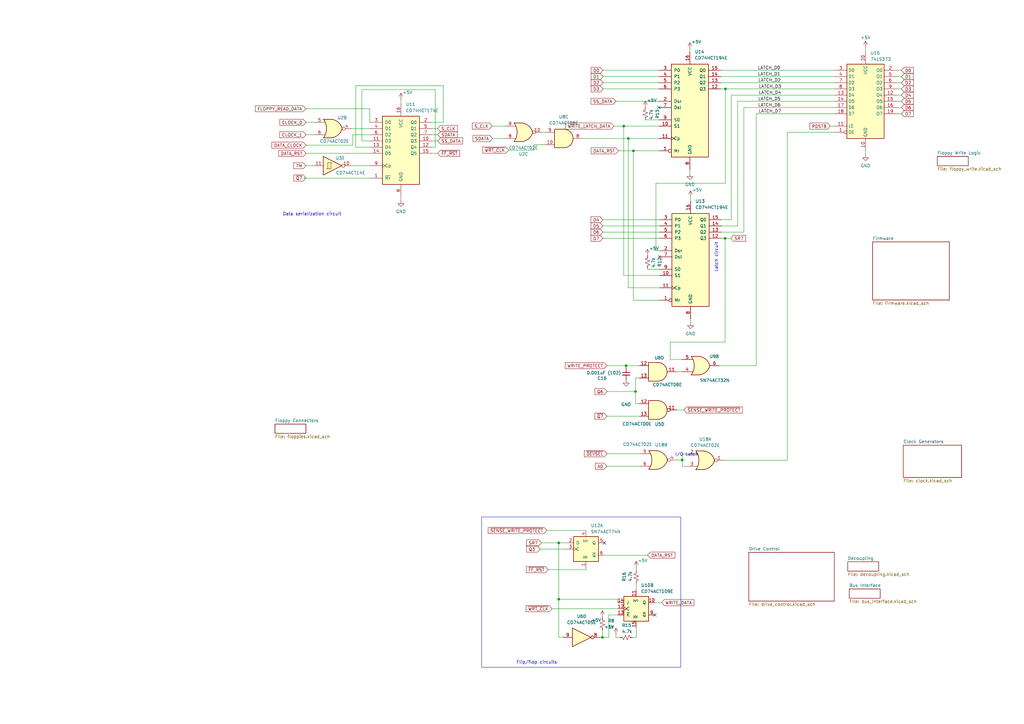
<source format=kicad_sch>
(kicad_sch (version 20230121) (generator eeschema)
  (paper "A3")
  (title_block (title "MicroSci Floppy Controller (clock generation circuits)") (date "2023-08-25") (rev "0.3") (company "RyuCats"))
  (lib_symbols
    (symbol "74xx:74LS00" (pin_names (offset 1.016))
      (property "Reference" "U" (at 0 1.27 0))
      (property "Value" "74LS00" (at 0 -1.27 0))
      (symbol "74LS00_1_1"
        (pin input line (at -7.62 2.54 0) (length 3.81) (name "~") (number "1"))
        (pin input line (at -7.62 -2.54 0) (length 3.81) (name "~") (number "2"))
        (pin output inverted (at 7.62 0 180) (length 3.81) (name "~") (number "3"))
      )
      (symbol "74LS00_1_2"
        (pin input inverted (at -7.62 2.54 0) (length 4.318) (name "~") (number "1"))
        (pin input inverted (at -7.62 -2.54 0) (length 4.318) (name "~") (number "2"))
        (pin output line (at 7.62 0 180) (length 3.81) (name "~") (number "3"))
      )
      (symbol "74LS00_2_1"
        (pin input line (at -7.62 2.54 0) (length 3.81) (name "~") (number "4"))
        (pin input line (at -7.62 -2.54 0) (length 3.81) (name "~") (number "5"))
        (pin output inverted (at 7.62 0 180) (length 3.81) (name "~") (number "6"))
      )
      (symbol "74LS00_2_2"
        (pin input inverted (at -7.62 2.54 0) (length 4.318) (name "~") (number "4"))
        (pin input inverted (at -7.62 -2.54 0) (length 4.318) (name "~") (number "5"))
        (pin output line (at 7.62 0 180) (length 3.81) (name "~") (number "6"))
      )
      (symbol "74LS00_3_1"
        (pin input line (at -7.62 -2.54 0) (length 3.81) (name "~") (number "10"))
        (pin output inverted (at 7.62 0 180) (length 3.81) (name "~") (number "8"))
        (pin input line (at -7.62 2.54 0) (length 3.81) (name "~") (number "9"))
      )
      (symbol "74LS00_3_2"
        (pin input inverted (at -7.62 -2.54 0) (length 4.318) (name "~") (number "10"))
        (pin output line (at 7.62 0 180) (length 3.81) (name "~") (number "8"))
        (pin input inverted (at -7.62 2.54 0) (length 4.318) (name "~") (number "9"))
      )
      (symbol "74LS00_4_1"
        (pin output inverted (at 7.62 0 180) (length 3.81) (name "~") (number "11"))
        (pin input line (at -7.62 2.54 0) (length 3.81) (name "~") (number "12"))
        (pin input line (at -7.62 -2.54 0) (length 3.81) (name "~") (number "13"))
      )
      (symbol "74LS00_4_2"
        (pin output line (at 7.62 0 180) (length 3.81) (name "~") (number "11"))
        (pin input inverted (at -7.62 2.54 0) (length 4.318) (name "~") (number "12"))
        (pin input inverted (at -7.62 -2.54 0) (length 4.318) (name "~") (number "13"))
      )
      (symbol "74LS00_5_0"
        (pin power_in line (at 0 12.7 270) (length 5.08) (name "VCC") (number "14"))
        (pin power_in line (at 0 -12.7 90) (length 5.08) (name "GND") (number "7"))
      )
    )
    (symbol "74xx:74LS02" (pin_names (offset 1.016))
      (property "Reference" "U" (at 0 1.27 0))
      (property "Value" "74LS02" (at 0 -1.27 0))
      (symbol "74LS02_1_1"
        (pin output inverted (at 7.62 0 180) (length 3.81) (name "~") (number "1"))
        (pin input line (at -7.62 2.54 0) (length 4.318) (name "~") (number "2"))
        (pin input line (at -7.62 -2.54 0) (length 4.318) (name "~") (number "3"))
      )
      (symbol "74LS02_1_2"
        (pin output line (at 7.62 0 180) (length 3.81) (name "~") (number "1"))
        (pin input inverted (at -7.62 2.54 0) (length 3.81) (name "~") (number "2"))
        (pin input inverted (at -7.62 -2.54 0) (length 3.81) (name "~") (number "3"))
      )
      (symbol "74LS02_2_1"
        (pin output inverted (at 7.62 0 180) (length 3.81) (name "~") (number "4"))
        (pin input line (at -7.62 2.54 0) (length 4.318) (name "~") (number "5"))
        (pin input line (at -7.62 -2.54 0) (length 4.318) (name "~") (number "6"))
      )
      (symbol "74LS02_2_2"
        (pin output line (at 7.62 0 180) (length 3.81) (name "~") (number "4"))
        (pin input inverted (at -7.62 2.54 0) (length 3.81) (name "~") (number "5"))
        (pin input inverted (at -7.62 -2.54 0) (length 3.81) (name "~") (number "6"))
      )
      (symbol "74LS02_3_1"
        (pin output inverted (at 7.62 0 180) (length 3.81) (name "~") (number "10"))
        (pin input line (at -7.62 2.54 0) (length 4.318) (name "~") (number "8"))
        (pin input line (at -7.62 -2.54 0) (length 4.318) (name "~") (number "9"))
      )
      (symbol "74LS02_3_2"
        (pin output line (at 7.62 0 180) (length 3.81) (name "~") (number "10"))
        (pin input inverted (at -7.62 2.54 0) (length 3.81) (name "~") (number "8"))
        (pin input inverted (at -7.62 -2.54 0) (length 3.81) (name "~") (number "9"))
      )
      (symbol "74LS02_4_1"
        (pin input line (at -7.62 2.54 0) (length 4.318) (name "~") (number "11"))
        (pin input line (at -7.62 -2.54 0) (length 4.318) (name "~") (number "12"))
        (pin output inverted (at 7.62 0 180) (length 3.81) (name "~") (number "13"))
      )
      (symbol "74LS02_4_2"
        (pin input inverted (at -7.62 2.54 0) (length 3.81) (name "~") (number "11"))
        (pin input inverted (at -7.62 -2.54 0) (length 3.81) (name "~") (number "12"))
        (pin output line (at 7.62 0 180) (length 3.81) (name "~") (number "13"))
      )
      (symbol "74LS02_5_0"
        (pin power_in line (at 0 12.7 270) (length 5.08) (name "VCC") (number "14"))
        (pin power_in line (at 0 -12.7 90) (length 5.08) (name "GND") (number "7"))
      )
    )
    (symbol "74xx:74LS05" (pin_names (offset 1.016))
      (property "Reference" "U" (at 0 1.27 0))
      (property "Value" "74LS05" (at 0 -1.27 0))
      (symbol "74LS05_1_0"
        (pin input line (at -7.62 0 0) (length 3.81) (name "~") (number "1"))
        (pin open_collector inverted (at 7.62 0 180) (length 3.81) (name "~") (number "2"))
      )
      (symbol "74LS05_2_0"
        (pin input line (at -7.62 0 0) (length 3.81) (name "~") (number "3"))
        (pin open_collector inverted (at 7.62 0 180) (length 3.81) (name "~") (number "4"))
      )
      (symbol "74LS05_3_0"
        (pin input line (at -7.62 0 0) (length 3.81) (name "~") (number "5"))
        (pin open_collector inverted (at 7.62 0 180) (length 3.81) (name "~") (number "6"))
      )
      (symbol "74LS05_4_0"
        (pin open_collector inverted (at 7.62 0 180) (length 3.81) (name "~") (number "8"))
        (pin input line (at -7.62 0 0) (length 3.81) (name "~") (number "9"))
      )
      (symbol "74LS05_5_0"
        (pin open_collector inverted (at 7.62 0 180) (length 3.81) (name "~") (number "10"))
        (pin input line (at -7.62 0 0) (length 3.81) (name "~") (number "11"))
      )
      (symbol "74LS05_6_0"
        (pin open_collector inverted (at 7.62 0 180) (length 3.81) (name "~") (number "12"))
        (pin input line (at -7.62 0 0) (length 3.81) (name "~") (number "13"))
      )
      (symbol "74LS05_7_0"
        (pin power_in line (at 0 12.7 270) (length 5.08) (name "VCC") (number "14"))
        (pin power_in line (at 0 -12.7 90) (length 5.08) (name "GND") (number "7"))
      )
    )
    (symbol "74xx:74LS08" (pin_names (offset 1.016))
      (property "Reference" "U" (at 0 1.27 0))
      (property "Value" "74LS08" (at 0 -1.27 0))
      (symbol "74LS08_1_1"
        (pin input line (at -7.62 2.54 0) (length 3.81) (name "~") (number "1"))
        (pin input line (at -7.62 -2.54 0) (length 3.81) (name "~") (number "2"))
        (pin output line (at 7.62 0 180) (length 3.81) (name "~") (number "3"))
      )
      (symbol "74LS08_1_2"
        (pin input inverted (at -7.62 2.54 0) (length 4.318) (name "~") (number "1"))
        (pin input inverted (at -7.62 -2.54 0) (length 4.318) (name "~") (number "2"))
        (pin output inverted (at 7.62 0 180) (length 3.81) (name "~") (number "3"))
      )
      (symbol "74LS08_2_1"
        (pin input line (at -7.62 2.54 0) (length 3.81) (name "~") (number "4"))
        (pin input line (at -7.62 -2.54 0) (length 3.81) (name "~") (number "5"))
        (pin output line (at 7.62 0 180) (length 3.81) (name "~") (number "6"))
      )
      (symbol "74LS08_2_2"
        (pin input inverted (at -7.62 2.54 0) (length 4.318) (name "~") (number "4"))
        (pin input inverted (at -7.62 -2.54 0) (length 4.318) (name "~") (number "5"))
        (pin output inverted (at 7.62 0 180) (length 3.81) (name "~") (number "6"))
      )
      (symbol "74LS08_3_1"
        (pin input line (at -7.62 -2.54 0) (length 3.81) (name "~") (number "10"))
        (pin output line (at 7.62 0 180) (length 3.81) (name "~") (number "8"))
        (pin input line (at -7.62 2.54 0) (length 3.81) (name "~") (number "9"))
      )
      (symbol "74LS08_3_2"
        (pin input inverted (at -7.62 -2.54 0) (length 4.318) (name "~") (number "10"))
        (pin output inverted (at 7.62 0 180) (length 3.81) (name "~") (number "8"))
        (pin input inverted (at -7.62 2.54 0) (length 4.318) (name "~") (number "9"))
      )
      (symbol "74LS08_4_1"
        (pin output line (at 7.62 0 180) (length 3.81) (name "~") (number "11"))
        (pin input line (at -7.62 2.54 0) (length 3.81) (name "~") (number "12"))
        (pin input line (at -7.62 -2.54 0) (length 3.81) (name "~") (number "13"))
      )
      (symbol "74LS08_4_2"
        (pin output inverted (at 7.62 0 180) (length 3.81) (name "~") (number "11"))
        (pin input inverted (at -7.62 2.54 0) (length 4.318) (name "~") (number "12"))
        (pin input inverted (at -7.62 -2.54 0) (length 4.318) (name "~") (number "13"))
      )
      (symbol "74LS08_5_0"
        (pin power_in line (at 0 12.7 270) (length 5.08) (name "VCC") (number "14"))
        (pin power_in line (at 0 -12.7 90) (length 5.08) (name "GND") (number "7"))
      )
    )
    (symbol "74xx:74LS109" (pin_names (offset 1.016))
      (property "Reference" "U" (at -7.62 8.89 0))
      (property "Value" "74LS109" (at -7.62 -8.89 0))
      (symbol "74LS109_1_0"
        (pin input line (at 0 -7.62 90) (length 2.54) (name "~{R}") (number "1"))
        (pin input line (at -7.62 2.54 0) (length 2.54) (name "J") (number "2"))
        (pin input line (at -7.62 -2.54 0) (length 2.54) (name "~{K}") (number "3"))
        (pin input clock (at -7.62 0 0) (length 2.54) (name "C") (number "4"))
        (pin input line (at 0 7.62 270) (length 2.54) (name "~{S}") (number "5"))
        (pin output line (at 7.62 2.54 180) (length 2.54) (name "Q") (number "6"))
        (pin output line (at 7.62 -2.54 180) (length 2.54) (name "~{Q}") (number "7"))
      )
      (symbol "74LS109_2_0"
        (pin output line (at 7.62 2.54 180) (length 2.54) (name "Q") (number "10"))
        (pin input line (at 0 7.62 270) (length 2.54) (name "~{S}") (number "11"))
        (pin input clock (at -7.62 0 0) (length 2.54) (name "C") (number "12"))
        (pin input line (at -7.62 -2.54 0) (length 2.54) (name "~{K}") (number "13"))
        (pin input line (at -7.62 2.54 0) (length 2.54) (name "J") (number "14"))
        (pin input line (at 0 -7.62 90) (length 2.54) (name "~{R}") (number "15"))
        (pin output line (at 7.62 -2.54 180) (length 2.54) (name "~{Q}") (number "9"))
      )
      (symbol "74LS109_3_0"
        (pin power_in line (at 0 10.16 270) (length 2.54) (name "VCC") (number "16"))
        (pin power_in line (at 0 -10.16 90) (length 2.54) (name "GND") (number "8"))
      )
    )
    (symbol "74xx:74LS14" (pin_names (offset 1.016))
      (property "Reference" "U" (at 0 1.27 0))
      (property "Value" "74LS14" (at 0 -1.27 0))
      (symbol "74LS14_1_0"
        (pin input line (at -7.62 0 0) (length 3.81) (name "~") (number "1"))
        (pin output inverted (at 7.62 0 180) (length 3.81) (name "~") (number "2"))
      )
      (symbol "74LS14_2_0"
        (pin input line (at -7.62 0 0) (length 3.81) (name "~") (number "3"))
        (pin output inverted (at 7.62 0 180) (length 3.81) (name "~") (number "4"))
      )
      (symbol "74LS14_3_0"
        (pin input line (at -7.62 0 0) (length 3.81) (name "~") (number "5"))
        (pin output inverted (at 7.62 0 180) (length 3.81) (name "~") (number "6"))
      )
      (symbol "74LS14_4_0"
        (pin output inverted (at 7.62 0 180) (length 3.81) (name "~") (number "8"))
        (pin input line (at -7.62 0 0) (length 3.81) (name "~") (number "9"))
      )
      (symbol "74LS14_5_0"
        (pin output inverted (at 7.62 0 180) (length 3.81) (name "~") (number "10"))
        (pin input line (at -7.62 0 0) (length 3.81) (name "~") (number "11"))
      )
      (symbol "74LS14_6_0"
        (pin output inverted (at 7.62 0 180) (length 3.81) (name "~") (number "12"))
        (pin input line (at -7.62 0 0) (length 3.81) (name "~") (number "13"))
      )
      (symbol "74LS14_7_0"
        (pin power_in line (at 0 12.7 270) (length 5.08) (name "VCC") (number "14"))
        (pin power_in line (at 0 -12.7 90) (length 5.08) (name "GND") (number "7"))
      )
    )
    (symbol "74xx:74LS174" (pin_names (offset 1.016))
      (property "Reference" "U" (at -7.62 13.97 0))
      (property "Value" "74LS174" (at -7.62 -16.51 0))
      (symbol "74LS174_1_0"
        (pin input line (at -12.7 -12.7 0) (length 5.08) (name "~{Mr}") (number "1"))
        (pin output line (at 12.7 2.54 180) (length 5.08) (name "Q3") (number "10"))
        (pin input line (at -12.7 2.54 0) (length 5.08) (name "D3") (number "11"))
        (pin output line (at 12.7 0 180) (length 5.08) (name "Q4") (number "12"))
        (pin input line (at -12.7 0 0) (length 5.08) (name "D4") (number "13"))
        (pin input line (at -12.7 -2.54 0) (length 5.08) (name "D5") (number "14"))
        (pin output line (at 12.7 -2.54 180) (length 5.08) (name "Q5") (number "15"))
        (pin power_in line (at 0 17.78 270) (length 5.08) (name "VCC") (number "16"))
        (pin output line (at 12.7 10.16 180) (length 5.08) (name "Q0") (number "2"))
        (pin input line (at -12.7 10.16 0) (length 5.08) (name "D0") (number "3"))
        (pin input line (at -12.7 7.62 0) (length 5.08) (name "D1") (number "4"))
        (pin output line (at 12.7 7.62 180) (length 5.08) (name "Q1") (number "5"))
        (pin input line (at -12.7 5.08 0) (length 5.08) (name "D2") (number "6"))
        (pin output line (at 12.7 5.08 180) (length 5.08) (name "Q2") (number "7"))
        (pin power_in line (at 0 -20.32 90) (length 5.08) (name "GND") (number "8"))
        (pin input clock (at -12.7 -7.62 0) (length 5.08) (name "Cp") (number "9"))
      )
    )
    (symbol "74xx:74LS194" (pin_names (offset 1.016))
      (property "Reference" "U" (at -7.62 19.05 0))
      (property "Value" "74LS194" (at -7.62 -21.59 0))
      (symbol "74LS194_1_0"
        (pin input inverted (at -12.7 -17.78 0) (length 5.08) (name "Mr") (number "1"))
        (pin input line (at -12.7 -7.62 0) (length 5.08) (name "S1") (number "10"))
        (pin input clock (at -12.7 -12.7 0) (length 5.08) (name "Cp") (number "11"))
        (pin output line (at 12.7 7.62 180) (length 5.08) (name "Q3") (number "12"))
        (pin output line (at 12.7 10.16 180) (length 5.08) (name "Q2") (number "13"))
        (pin output line (at 12.7 12.7 180) (length 5.08) (name "Q1") (number "14"))
        (pin output line (at 12.7 15.24 180) (length 5.08) (name "Q0") (number "15"))
        (pin power_in line (at 0 22.86 270) (length 5.08) (name "VCC") (number "16"))
        (pin input line (at -12.7 2.54 0) (length 5.08) (name "Dsr") (number "2"))
        (pin input line (at -12.7 15.24 0) (length 5.08) (name "P0") (number "3"))
        (pin input line (at -12.7 12.7 0) (length 5.08) (name "P1") (number "4"))
        (pin input line (at -12.7 10.16 0) (length 5.08) (name "P2") (number "5"))
        (pin input line (at -12.7 7.62 0) (length 5.08) (name "P3") (number "6"))
        (pin input line (at -12.7 0 0) (length 5.08) (name "Dsl") (number "7"))
        (pin power_in line (at 0 -25.4 90) (length 5.08) (name "GND") (number "8"))
        (pin input line (at -12.7 -5.08 0) (length 5.08) (name "S0") (number "9"))
      )
    )
    (symbol "74xx:74LS32" (pin_names (offset 1.016))
      (property "Reference" "U" (at 0 1.27 0))
      (property "Value" "74LS32" (at 0 -1.27 0))
      (symbol "74LS32_1_1"
        (pin input line (at -7.62 2.54 0) (length 4.318) (name "~") (number "1"))
        (pin input line (at -7.62 -2.54 0) (length 4.318) (name "~") (number "2"))
        (pin output line (at 7.62 0 180) (length 3.81) (name "~") (number "3"))
      )
      (symbol "74LS32_1_2"
        (pin input inverted (at -7.62 2.54 0) (length 3.81) (name "~") (number "1"))
        (pin input inverted (at -7.62 -2.54 0) (length 3.81) (name "~") (number "2"))
        (pin output inverted (at 7.62 0 180) (length 3.81) (name "~") (number "3"))
      )
      (symbol "74LS32_2_1"
        (pin input line (at -7.62 2.54 0) (length 4.318) (name "~") (number "4"))
        (pin input line (at -7.62 -2.54 0) (length 4.318) (name "~") (number "5"))
        (pin output line (at 7.62 0 180) (length 3.81) (name "~") (number "6"))
      )
      (symbol "74LS32_2_2"
        (pin input inverted (at -7.62 2.54 0) (length 3.81) (name "~") (number "4"))
        (pin input inverted (at -7.62 -2.54 0) (length 3.81) (name "~") (number "5"))
        (pin output inverted (at 7.62 0 180) (length 3.81) (name "~") (number "6"))
      )
      (symbol "74LS32_3_1"
        (pin input line (at -7.62 -2.54 0) (length 4.318) (name "~") (number "10"))
        (pin output line (at 7.62 0 180) (length 3.81) (name "~") (number "8"))
        (pin input line (at -7.62 2.54 0) (length 4.318) (name "~") (number "9"))
      )
      (symbol "74LS32_3_2"
        (pin input inverted (at -7.62 -2.54 0) (length 3.81) (name "~") (number "10"))
        (pin output inverted (at 7.62 0 180) (length 3.81) (name "~") (number "8"))
        (pin input inverted (at -7.62 2.54 0) (length 3.81) (name "~") (number "9"))
      )
      (symbol "74LS32_4_1"
        (pin output line (at 7.62 0 180) (length 3.81) (name "~") (number "11"))
        (pin input line (at -7.62 2.54 0) (length 4.318) (name "~") (number "12"))
        (pin input line (at -7.62 -2.54 0) (length 4.318) (name "~") (number "13"))
      )
      (symbol "74LS32_4_2"
        (pin output inverted (at 7.62 0 180) (length 3.81) (name "~") (number "11"))
        (pin input inverted (at -7.62 2.54 0) (length 3.81) (name "~") (number "12"))
        (pin input inverted (at -7.62 -2.54 0) (length 3.81) (name "~") (number "13"))
      )
      (symbol "74LS32_5_0"
        (pin power_in line (at 0 12.7 270) (length 5.08) (name "VCC") (number "14"))
        (pin power_in line (at 0 -12.7 90) (length 5.08) (name "GND") (number "7"))
      )
    )
    (symbol "74xx:74LS373"
      (property "Reference" "U" (at -7.62 16.51 0))
      (property "Value" "74LS373" (at -7.62 -16.51 0))
      (symbol "74LS373_1_0"
        (pin input inverted (at -12.7 -12.7 0) (length 5.08) (name "OE") (number "1"))
        (pin power_in line (at 0 -20.32 90) (length 5.08) (name "GND") (number "10"))
        (pin input line (at -12.7 -10.16 0) (length 5.08) (name "LE") (number "11"))
        (pin tri_state line (at 12.7 2.54 180) (length 5.08) (name "O4") (number "12"))
        (pin input line (at -12.7 2.54 0) (length 5.08) (name "D4") (number "13"))
        (pin input line (at -12.7 0 0) (length 5.08) (name "D5") (number "14"))
        (pin tri_state line (at 12.7 0 180) (length 5.08) (name "O5") (number "15"))
        (pin tri_state line (at 12.7 -2.54 180) (length 5.08) (name "O6") (number "16"))
        (pin input line (at -12.7 -2.54 0) (length 5.08) (name "D6") (number "17"))
        (pin input line (at -12.7 -5.08 0) (length 5.08) (name "D7") (number "18"))
        (pin tri_state line (at 12.7 -5.08 180) (length 5.08) (name "O7") (number "19"))
        (pin tri_state line (at 12.7 12.7 180) (length 5.08) (name "O0") (number "2"))
        (pin power_in line (at 0 20.32 270) (length 5.08) (name "VCC") (number "20"))
        (pin input line (at -12.7 12.7 0) (length 5.08) (name "D0") (number "3"))
        (pin input line (at -12.7 10.16 0) (length 5.08) (name "D1") (number "4"))
        (pin tri_state line (at 12.7 10.16 180) (length 5.08) (name "O1") (number "5"))
        (pin tri_state line (at 12.7 7.62 180) (length 5.08) (name "O2") (number "6"))
        (pin input line (at -12.7 7.62 0) (length 5.08) (name "D2") (number "7"))
        (pin input line (at -12.7 5.08 0) (length 5.08) (name "D3") (number "8"))
        (pin tri_state line (at 12.7 5.08 180) (length 5.08) (name "O3") (number "9"))
      )
    )
    (symbol "74xx:74LS74" (pin_names (offset 1.016))
      (property "Reference" "U" (at -7.62 8.89 0))
      (property "Value" "74LS74" (at -7.62 -8.89 0))
      (symbol "74LS74_1_0"
        (pin input line (at 0 -7.62 90) (length 2.54) (name "~{R}") (number "1"))
        (pin input line (at -7.62 2.54 0) (length 2.54) (name "D") (number "2"))
        (pin input clock (at -7.62 0 0) (length 2.54) (name "C") (number "3"))
        (pin input line (at 0 7.62 270) (length 2.54) (name "~{S}") (number "4"))
        (pin output line (at 7.62 2.54 180) (length 2.54) (name "Q") (number "5"))
        (pin output line (at 7.62 -2.54 180) (length 2.54) (name "~{Q}") (number "6"))
      )
      (symbol "74LS74_2_0"
        (pin input line (at 0 7.62 270) (length 2.54) (name "~{S}") (number "10"))
        (pin input clock (at -7.62 0 0) (length 2.54) (name "C") (number "11"))
        (pin input line (at -7.62 2.54 0) (length 2.54) (name "D") (number "12"))
        (pin input line (at 0 -7.62 90) (length 2.54) (name "~{R}") (number "13"))
        (pin output line (at 7.62 -2.54 180) (length 2.54) (name "~{Q}") (number "8"))
        (pin output line (at 7.62 2.54 180) (length 2.54) (name "Q") (number "9"))
      )
      (symbol "74LS74_3_0"
        (pin power_in line (at 0 10.16 270) (length 2.54) (name "VCC") (number "14"))
        (pin power_in line (at 0 -10.16 90) (length 2.54) (name "GND") (number "7"))
      )
    )
    (symbol "Device:C_Small" (pin_numbers hide) (pin_names (offset 0.254) hide)
      (property "Reference" "C" (at 0.254 1.778 0))
      (property "Value" "C_Small" (at 0.254 -2.032 0))
      (symbol "C_Small_1_1"
        (pin passive line (at 0 2.54 270) (length 2.032) (name "~") (number "1"))
        (pin passive line (at 0 -2.54 90) (length 2.032) (name "~") (number "2"))
      )
    )
    (symbol "Device:R_Small_US" (pin_numbers hide) (pin_names (offset 0.254) hide)
      (property "Reference" "R" (at 0.762 0.508 0))
      (property "Value" "R_Small_US" (at 0.762 -1.016 0))
      (symbol "R_Small_US_1_1"
        (pin passive line (at 0 2.54 270) (length 1.016) (name "~") (number "1"))
        (pin passive line (at 0 -2.54 90) (length 1.016) (name "~") (number "2"))
      )
    )
    (symbol "power:+5V" (power) (pin_names (offset 0))
      (property "Value" "+5V" (at 0 3.556 0))
      (symbol "+5V_1_1"
        (pin power_in line (at 0 0 90) (length 0) hide (name "+5V") (number "1"))
      )
    )
    (symbol "power:GND" (power) (pin_names (offset 0))
      (property "Value" "GND" (at 0 -3.81 0))
      (symbol "GND_1_1"
        (pin power_in line (at 0 0 270) (length 0) hide (name "GND") (number "1"))
      )
    )
  )
  (junction (at 247.0912 261.4168))
  (junction (at 279.8064 188.6712))
  (junction (at 260.6548 160.5788))
  (junction (at 297.5356 36.4744))
  (junction (at 259.7912 61.8744))
  (junction (at 229.1588 245.7704))
  (junction (at 256.794 149.9616))
  (junction (at 255.8288 51.7144))
  (junction (at 229.1588 222.6564))
  (junction (at 257.7084 56.7944))
  (junction (at 297.3832 97.7392))
  (no_connect (at 270.256 44.0944))
  (no_connect (at 268.5796 252.222))
  (no_connect (at 247.9548 222.6564))
  (no_connect (at 270.51 105.3592))
  (wire (pts (xy 299.9232 39.0144) (xy 342.2904 39.0144)))
  (wire (pts (xy 260.6548 160.5788) (xy 260.6548 165.608)))
  (wire (pts (xy 125.5268 62.8904) (xy 151.7396 62.8904)))
  (wire (pts (xy 247.0912 261.4168) (xy 249.7328 261.4168)))
  (wire (pts (xy 260.9596 261.4676) (xy 259.4356 261.4676)))
  (wire (pts (xy 164.4396 80.6704) (xy 164.4396 82.1944)))
  (wire (pts (xy 224.282 217.5764) (xy 240.3348 217.5764)))
  (wire (pts (xy 297.3832 97.7392) (xy 297.3832 140.3096)))
  (wire (pts (xy 247.3452 28.8544) (xy 270.256 28.8544)))
  (wire (pts (xy 295.656 31.3944) (xy 342.2904 31.3944)))
  (wire (pts (xy 295.656 33.9344) (xy 342.2904 33.9344)))
  (wire (pts (xy 340.5124 51.7144) (xy 342.2904 51.7144)))
  (wire (pts (xy 125.5268 50.1904) (xy 128.8796 50.1904)))
  (wire (pts (xy 177.1396 50.1904) (xy 181.8386 50.1904)))
  (wire (pts (xy 265.5824 110.4392) (xy 270.51 110.4392)))
  (wire (pts (xy 144.1196 52.7304) (xy 151.7396 52.7304)))
  (wire (pts (xy 201.8792 51.7144) (xy 207.0608 51.7144)))
  (wire (pts (xy 248.8692 149.9616) (xy 256.794 149.9616)))
  (wire (pts (xy 274.9296 140.3096) (xy 274.9296 147.4216)))
  (wire (pts (xy 255.8288 112.9792) (xy 255.8288 51.7144)))
  (wire (pts (xy 253.6952 61.8744) (xy 259.7912 61.8744)))
  (wire (pts (xy 274.9296 147.4216) (xy 279.7048 147.4216)))
  (wire (pts (xy 354.9904 61.8744) (xy 354.9904 63.3984)))
  (wire (pts (xy 257.7084 118.0592) (xy 270.51 118.0592)))
  (wire (pts (xy 260.6548 155.0416) (xy 260.6548 160.5788)))
  (wire (pts (xy 125.476 72.9996) (xy 124.714 72.9996)))
  (wire (pts (xy 322.9356 188.7728) (xy 296.8752 188.7728)))
  (wire (pts (xy 247.3452 33.9344) (xy 270.256 33.9344)))
  (wire (pts (xy 181.8386 35.2044) (xy 145.8976 35.2044)))
  (wire (pts (xy 247.3452 31.3944) (xy 270.256 31.3944)))
  (wire (pts (xy 305.1048 95.1992) (xy 295.91 95.1992)))
  (wire (pts (xy 248.92 170.688) (xy 262.1788 170.688)))
  (wire (pts (xy 124.714 73.0504) (xy 151.7396 73.0504)))
  (wire (pts (xy 367.6904 44.0944) (xy 369.7224 44.0944)))
  (wire (pts (xy 294.9448 149.9616) (xy 310.134 149.9616)))
  (wire (pts (xy 367.6904 31.3944) (xy 369.7224 31.3944)))
  (wire (pts (xy 202.0316 56.7944) (xy 207.0608 56.7944)))
  (wire (pts (xy 177.1396 52.7304) (xy 179.4764 52.7304)))
  (wire (pts (xy 279.8064 188.6712) (xy 279.8064 186.2328)))
  (wire (pts (xy 255.8288 51.7144) (xy 270.256 51.7144)))
  (wire (pts (xy 247.0912 258.4196) (xy 247.0912 261.4168)))
  (wire (pts (xy 310.134 46.6344) (xy 310.134 149.9616)))
  (wire (pts (xy 277.5712 188.6712) (xy 279.8064 188.6712)))
  (wire (pts (xy 270.51 97.7392) (xy 247.2944 97.7392)))
  (wire (pts (xy 367.6904 33.9344) (xy 369.7224 33.9344)))
  (wire (pts (xy 249.7328 252.222) (xy 253.3396 252.222)))
  (wire (pts (xy 164.4396 40.7924) (xy 164.4396 42.5704)))
  (wire (pts (xy 125.476 59.5376) (xy 144.6784 59.5376)))
  (wire (pts (xy 279.8064 191.3128) (xy 279.8064 188.6712)))
  (wire (pts (xy 151.7396 57.8104) (xy 148.4376 57.8104)))
  (wire (pts (xy 297.5356 75.1332) (xy 297.5356 36.4744)))
  (wire (pts (xy 238.8616 56.7944) (xy 257.7084 56.7944)))
  (wire (pts (xy 260.6548 160.5788) (xy 248.9708 160.5788)))
  (wire (pts (xy 305.1048 44.0944) (xy 342.2904 44.0944)))
  (wire (pts (xy 125.476 67.9704) (xy 128.7526 67.9704)))
  (wire (pts (xy 125.476 55.2704) (xy 128.8796 55.2704)))
  (wire (pts (xy 270.51 90.1192) (xy 247.2944 90.1192)))
  (wire (pts (xy 247.0912 253.0348) (xy 247.0912 253.3396)))
  (wire (pts (xy 283.21 130.7592) (xy 283.21 132.2832)))
  (wire (pts (xy 177.1396 55.2704) (xy 179.5272 55.2704)))
  (wire (pts (xy 260.6548 165.608) (xy 262.1788 165.608)))
  (wire (pts (xy 219.0496 59.3344) (xy 223.6216 59.3344)))
  (wire (pts (xy 259.7912 61.8744) (xy 259.7912 123.1392)))
  (wire (pts (xy 145.8976 35.2044) (xy 145.8976 60.3504)))
  (wire (pts (xy 251.8156 51.7144) (xy 255.8288 51.7144)))
  (wire (pts (xy 279.8064 191.3128) (xy 281.6352 191.3128)))
  (wire (pts (xy 270.51 92.6592) (xy 247.2944 92.6592)))
  (wire (pts (xy 283.21 80.8228) (xy 283.21 82.4992)))
  (wire (pts (xy 252.9078 41.5544) (xy 270.256 41.5544)))
  (wire (pts (xy 277.4188 168.148) (xy 280.4668 168.148)))
  (wire (pts (xy 148.4376 57.8104) (xy 148.4376 36.7284)))
  (wire (pts (xy 354.9904 19.4564) (xy 354.9904 21.2344)))
  (wire (pts (xy 295.91 97.7392) (xy 297.3832 97.7392)))
  (wire (pts (xy 148.4376 36.7284) (xy 178.5366 36.7284)))
  (wire (pts (xy 252.6284 261.4676) (xy 252.6284 260.1976)))
  (wire (pts (xy 229.1588 245.7704) (xy 253.3396 245.7704)))
  (wire (pts (xy 177.1396 62.8904) (xy 179.5272 62.8904)))
  (wire (pts (xy 265.5316 227.6856) (xy 265.5316 227.7364)))
  (wire (pts (xy 297.3832 140.3096) (xy 274.9296 140.3096)))
  (wire (pts (xy 269.0368 75.1332) (xy 269.0368 102.8192)))
  (wire (pts (xy 262.1788 155.0416) (xy 260.6548 155.0416)))
  (wire (pts (xy 265.5316 227.7364) (xy 247.9548 227.7364)))
  (wire (pts (xy 367.6904 46.6344) (xy 369.7224 46.6344)))
  (wire (pts (xy 295.656 28.8544) (xy 342.2904 28.8544)))
  (wire (pts (xy 265.5316 227.6856) (xy 265.5824 227.6856)))
  (wire (pts (xy 299.9232 90.1192) (xy 295.91 90.1192)))
  (wire (pts (xy 145.8976 60.3504) (xy 151.7396 60.3504)))
  (wire (pts (xy 249.7328 261.4168) (xy 249.7328 252.222)))
  (wire (pts (xy 221.5388 225.1964) (xy 232.7148 225.1964)))
  (wire (pts (xy 268.5796 247.142) (xy 271.3736 247.142)))
  (wire (pts (xy 125.3744 44.6024) (xy 151.6888 44.6024)))
  (wire (pts (xy 151.6888 44.6024) (xy 151.6888 50.1904)))
  (wire (pts (xy 277.4188 152.5016) (xy 279.7048 152.5016)))
  (wire (pts (xy 265.5824 109.9312) (xy 265.5824 110.4392)))
  (wire (pts (xy 224.8408 233.6292) (xy 240.3348 233.6292)))
  (wire (pts (xy 246.1768 261.4168) (xy 247.0912 261.4168)))
  (wire (pts (xy 310.134 46.6344) (xy 342.2904 46.6344)))
  (wire (pts (xy 297.5356 36.4744) (xy 342.2904 36.4744)))
  (wire (pts (xy 181.8386 50.1904) (xy 181.8386 35.2044)))
  (wire (pts (xy 270.51 95.1992) (xy 247.2944 95.1992)))
  (wire (pts (xy 282.956 69.4944) (xy 282.956 71.12)))
  (wire (pts (xy 124.714 72.9996) (xy 124.714 73.0504)))
  (wire (pts (xy 299.9232 39.0144) (xy 299.9232 90.1192)))
  (wire (pts (xy 259.7912 61.8744) (xy 270.256 61.8744)))
  (wire (pts (xy 269.0368 102.8192) (xy 270.51 102.8192)))
  (wire (pts (xy 367.6904 28.8544) (xy 369.7224 28.8544)))
  (wire (pts (xy 279.8064 186.2328) (xy 281.6352 186.2328)))
  (wire (pts (xy 178.5366 36.7284) (xy 178.5366 60.3504)))
  (wire (pts (xy 247.3452 36.4744) (xy 270.256 36.4744)))
  (wire (pts (xy 253.3396 249.682) (xy 226.4156 249.682)))
  (wire (pts (xy 257.7084 56.7944) (xy 270.256 56.7944)))
  (wire (pts (xy 322.9356 54.2544) (xy 322.9356 188.7728)))
  (wire (pts (xy 248.9708 186.1312) (xy 262.3312 186.1312)))
  (wire (pts (xy 143.9926 67.9704) (xy 151.7396 67.9704)))
  (wire (pts (xy 144.6784 55.2704) (xy 151.7396 55.2704)))
  (wire (pts (xy 259.7912 123.1392) (xy 270.51 123.1392)))
  (wire (pts (xy 230.9368 261.4168) (xy 229.1588 261.4168)))
  (wire (pts (xy 254.3556 261.4676) (xy 252.6284 261.4676)))
  (wire (pts (xy 367.6904 36.4744) (xy 369.7224 36.4744)))
  (wire (pts (xy 269.0368 75.1332) (xy 297.5356 75.1332)))
  (wire (pts (xy 151.6888 50.1904) (xy 151.7396 50.1904)))
  (wire (pts (xy 255.8288 112.9792) (xy 270.51 112.9792)))
  (wire (pts (xy 252.6284 41.529) (xy 252.9078 41.529)))
  (wire (pts (xy 222.3008 54.2544) (xy 223.6216 54.2544)))
  (wire (pts (xy 178.5366 60.3504) (xy 177.1396 60.3504)))
  (wire (pts (xy 229.1588 222.6564) (xy 232.7148 222.6564)))
  (wire (pts (xy 302.514 41.5544) (xy 342.2904 41.5544)))
  (wire (pts (xy 253.3396 245.7704) (xy 253.3396 247.142)))
  (wire (pts (xy 219.0496 61.5696) (xy 219.0496 59.3344)))
  (wire (pts (xy 222.0468 222.6564) (xy 229.1588 222.6564)))
  (wire (pts (xy 367.6904 41.5544) (xy 369.7224 41.5544)))
  (wire (pts (xy 177.1396 57.8104) (xy 179.5526 57.8104)))
  (wire (pts (xy 229.1588 245.7704) (xy 229.1588 261.4168)))
  (wire (pts (xy 240.3348 233.6292) (xy 240.3348 232.8164)))
  (wire (pts (xy 260.9596 239.2172) (xy 260.9596 242.062)))
  (wire (pts (xy 257.7084 56.7944) (xy 257.7084 118.0592)))
  (wire (pts (xy 260.9596 257.302) (xy 260.9596 261.4676)))
  (wire (pts (xy 219.0496 61.5696) (xy 208.5848 61.5696)))
  (wire (pts (xy 297.3832 97.7392) (xy 299.72 97.7392)))
  (wire (pts (xy 305.1048 44.0944) (xy 305.1048 95.1992)))
  (wire (pts (xy 295.656 36.4744) (xy 297.5356 36.4744)))
  (wire (pts (xy 248.8692 191.2112) (xy 262.3312 191.2112)))
  (wire (pts (xy 229.1588 222.6564) (xy 229.1588 245.7704)))
  (wire (pts (xy 302.514 92.6592) (xy 295.91 92.6592)))
  (wire (pts (xy 252.9078 41.529) (xy 252.9078 41.5544)))
  (wire (pts (xy 367.6904 39.0144) (xy 369.7224 39.0144)))
  (wire (pts (xy 256.794 149.9616) (xy 262.1788 149.9616)))
  (wire (pts (xy 256.794 149.9616) (xy 256.794 150.7744)))
  (wire (pts (xy 260.9596 232.8164) (xy 260.9596 234.1372)))
  (wire (pts (xy 302.514 41.5544) (xy 302.514 92.6592)))
  (wire (pts (xy 282.956 20.0914) (xy 282.956 21.2344)))
  (wire (pts (xy 144.6784 59.5376) (xy 144.6784 55.2704)))
  (wire (pts (xy 322.9356 54.2544) (xy 342.2904 54.2544)))
  (wire (pts (xy 264.668 49.1744) (xy 270.256 49.1744)))
  (rectangle (start 197.5104 212.0392) (end 279.1968 273.6596))
  (text "I/O Latch" (at 276.86 187.2488 0) (effects (font (size 1.27 1.27)) (justify left bottom)))
  (text "Flip/flop circuits" (at 211.7852 272.4912 0) (effects (font (size 1.27 1.27)) (justify left bottom)))
  (text "Data serialization circuit" (at 115.8748 88.646 0) (effects (font (size 1.27 1.27)) (justify left bottom)))
  (text "Latch circuit" (at 294.5384 111.6584 90) (effects (font (size 1.27 1.27)) (justify left bottom)))
  (label "LATCH_D6" (at 310.896 44.0944 0))
  (label "LATCH_D0" (at 310.7436 28.8544 0))
  (label "LATCH_D4" (at 311.0992 39.0144 0))
  (label "LATCH_D3" (at 311.15 36.4744 0))
  (label "LATCH_D1" (at 310.7944 31.3944 0))
  (label "LATCH_D2" (at 310.9468 33.9344 0))
  (label "LATCH_D7" (at 311.0992 46.6344 0))
  (label "LATCH_D5" (at 310.896 41.5544 0))
  (global_label "~{SENSE_WRITE_PROTECT}" (shape input) (at 224.282 217.5764 180) (property "Intersheetrefs" "${INTERSHEET_REFS}" (effects hide)))
  (global_label "DATA_RST" (shape input) (at 253.6952 61.8744 180) (property "Intersheetrefs" "${INTERSHEET_REFS}" (effects hide)))
  (global_label "D3" (shape input) (at 247.3452 36.4744 180) (property "Intersheetrefs" "${INTERSHEET_REFS}" (effects hide)))
  (global_label "~{WRT_CLK}" (shape input) (at 226.4156 249.682 180) (property "Intersheetrefs" "${INTERSHEET_REFS}" (effects hide)))
  (global_label "SDATA" (shape input) (at 179.5272 55.2704 0) (property "Intersheetrefs" "${INTERSHEET_REFS}" (effects hide)))
  (global_label "FLOPPY_READ_DATA" (shape input) (at 125.3744 44.6024 180) (property "Intersheetrefs" "${INTERSHEET_REFS}" (effects hide)))
  (global_label "D6" (shape input) (at 247.2944 95.1992 180) (property "Intersheetrefs" "${INTERSHEET_REFS}" (effects hide)))
  (global_label "Q3'" (shape input) (at 221.5388 225.1964 180) (property "Intersheetrefs" "${INTERSHEET_REFS}" (effects hide)))
  (global_label "RDSTB" (shape input) (at 340.5124 51.7144 180) (property "Intersheetrefs" "${INTERSHEET_REFS}" (effects hide)))
  (global_label "CLOCK_0" (shape input) (at 125.5268 50.1904 180) (property "Intersheetrefs" "${INTERSHEET_REFS}" (effects hide)))
  (global_label "D7" (shape input) (at 247.2944 97.7392 180) (property "Intersheetrefs" "${INTERSHEET_REFS}" (effects hide)))
  (global_label "D1" (shape input) (at 369.7224 31.3944 0) (property "Intersheetrefs" "${INTERSHEET_REFS}" (effects hide)))
  (global_label "~{Q7}" (shape input) (at 248.92 170.688 180) (property "Intersheetrefs" "${INTERSHEET_REFS}" (effects hide)))
  (global_label "WRITE_LATCH_DATA" (shape input) (at 251.8156 51.7144 180) (property "Intersheetrefs" "${INTERSHEET_REFS}" (effects hide)))
  (global_label "DATA_RST" (shape input) (at 265.5824 227.6856 0) (property "Intersheetrefs" "${INTERSHEET_REFS}" (effects hide)))
  (global_label "~{FF_RST}" (shape input) (at 179.5272 62.8904 0) (property "Intersheetrefs" "${INTERSHEET_REFS}" (effects hide)))
  (global_label "SS_DATA" (shape input) (at 252.6284 41.529 180) (property "Intersheetrefs" "${INTERSHEET_REFS}" (effects hide)))
  (global_label "DATA_CLOCK" (shape input) (at 125.476 59.5376 180) (property "Intersheetrefs" "${INTERSHEET_REFS}" (effects hide)))
  (global_label "D0" (shape input) (at 369.7224 28.8544 0) (property "Intersheetrefs" "${INTERSHEET_REFS}" (effects hide)))
  (global_label "SR7" (shape input) (at 299.72 97.7392 0) (property "Intersheetrefs" "${INTERSHEET_REFS}" (effects hide)))
  (global_label "SR7" (shape input) (at 222.0468 222.6564 180) (property "Intersheetrefs" "${INTERSHEET_REFS}" (effects hide)))
  (global_label "D6" (shape input) (at 369.7224 44.0944 0) (property "Intersheetrefs" "${INTERSHEET_REFS}" (effects hide)))
  (global_label "DATA_RST" (shape input) (at 125.5268 62.8904 180) (property "Intersheetrefs" "${INTERSHEET_REFS}" (effects hide)))
  (global_label "D5" (shape input) (at 369.7224 41.5544 0) (property "Intersheetrefs" "${INTERSHEET_REFS}" (effects hide)))
  (global_label "~{FF_RST}" (shape input) (at 224.8408 233.6292 180) (property "Intersheetrefs" "${INTERSHEET_REFS}" (effects hide)))
  (global_label "D7" (shape input) (at 369.7224 46.6344 0) (property "Intersheetrefs" "${INTERSHEET_REFS}" (effects hide)))
  (global_label "~{Q7}" (shape input) (at 125.476 72.9996 180) (property "Intersheetrefs" "${INTERSHEET_REFS}" (effects hide)))
  (global_label "D2" (shape input) (at 369.7224 33.9344 0) (property "Intersheetrefs" "${INTERSHEET_REFS}" (effects hide)))
  (global_label "D0" (shape input) (at 247.3452 28.8544 180) (property "Intersheetrefs" "${INTERSHEET_REFS}" (effects hide)))
  (global_label "D5" (shape input) (at 247.2944 92.6592 180) (property "Intersheetrefs" "${INTERSHEET_REFS}" (effects hide)))
  (global_label "WRITE_DATA" (shape input) (at 271.3736 247.142 0) (property "Intersheetrefs" "${INTERSHEET_REFS}" (effects hide)))
  (global_label "SS_DATA" (shape input) (at 179.5526 57.8104 0) (property "Intersheetrefs" "${INTERSHEET_REFS}" (effects hide)))
  (global_label "D2" (shape input) (at 247.3452 33.9344 180) (property "Intersheetrefs" "${INTERSHEET_REFS}" (effects hide)))
  (global_label "D4" (shape input) (at 247.2944 90.1192 180) (property "Intersheetrefs" "${INTERSHEET_REFS}" (effects hide)))
  (global_label "S_CLK" (shape input) (at 179.4764 52.7304 0) (property "Intersheetrefs" "${INTERSHEET_REFS}" (effects hide)))
  (global_label "CLOCK_1" (shape input) (at 125.476 55.2704 180) (property "Intersheetrefs" "${INTERSHEET_REFS}" (effects hide)))
  (global_label "D3" (shape input) (at 369.7224 36.4744 0) (property "Intersheetrefs" "${INTERSHEET_REFS}" (effects hide)))
  (global_label "D1" (shape input) (at 247.3452 31.3944 180) (property "Intersheetrefs" "${INTERSHEET_REFS}" (effects hide)))
  (global_label "~{WRT_CLK}" (shape input) (at 208.5848 61.5696 180) (property "Intersheetrefs" "${INTERSHEET_REFS}" (effects hide)))
  (global_label "~{SENSE_WRITE_PROTECT}" (shape input) (at 280.4668 168.148 0) (property "Intersheetrefs" "${INTERSHEET_REFS}" (effects hide)))
  (global_label "S_CLK" (shape input) (at 201.8792 51.7144 180) (property "Intersheetrefs" "${INTERSHEET_REFS}" (effects hide)))
  (global_label "A0" (shape input) (at 248.8692 191.2112 180) (property "Intersheetrefs" "${INTERSHEET_REFS}" (effects hide)))
  (global_label "SDATA" (shape input) (at 202.0316 56.7944 180) (property "Intersheetrefs" "${INTERSHEET_REFS}" (effects hide)))
  (global_label "D4" (shape input) (at 369.7224 39.0144 0) (property "Intersheetrefs" "${INTERSHEET_REFS}" (effects hide)))
  (global_label "Q6" (shape input) (at 248.9708 160.5788 180) (property "Intersheetrefs" "${INTERSHEET_REFS}" (effects hide)))
  (global_label "WRITE_PROTECT" (shape input) (at 248.8692 149.9616 180) (property "Intersheetrefs" "${INTERSHEET_REFS}" (effects hide)))
  (global_label "7M" (shape input) (at 125.476 67.9704 180) (property "Intersheetrefs" "${INTERSHEET_REFS}" (effects hide)))
  (global_label "~{DEVSEL}" (shape input) (at 248.9708 186.1312 180) (property "Intersheetrefs" "${INTERSHEET_REFS}" (effects hide)))
  (symbol (lib_id "power:GND") (at 283.21 132.2832 0) (unit 1)
    (property "Reference" "#PWR046" (effects hide))
    (property "Value" "GND" (at 283.21 136.8552 0))
  )
  (symbol (lib_id "74xx:74LS109") (at 260.9596 249.682 0) (unit 2)
    (property "Reference" "U10" (at 262.9155 240.03 0) (effects (justify left)))
    (property "Value" "CD74ACT109E " (at 262.9155 242.57 0) (effects (justify left)))
    (property "Footprint" "Package_DIP:DIP-16_W7.62mm" (effects hide))
    (property "Datasheet" "http://www.ti.com/lit/gpn/sn74LS109" (effects hide))
  )
  (symbol (lib_id "Device:R_Small_US") (at 247.0912 255.8796 0) (unit 1)
    (property "Reference" "R8" (at 249.3772 254.6096 0) (effects (justify left)))
    (property "Value" "1k" (at 249.3772 257.1496 0) (effects (justify left)))
    (property "Footprint" "Resistor_THT:R_Axial_DIN0207_L6.3mm_D2.5mm_P7.62mm_Horizontal" (effects hide))
  )
  (symbol (lib_id "Device:R_Small_US") (at 264.668 46.6344 0) (mirror y) (unit 1)
    (property "Reference" "R13" (at 269.6464 44.8056 90) (effects (justify right)))
    (property "Value" "4.7k" (at 267.1064 44.8056 90) (effects (justify right)))
    (property "Footprint" "Resistor_THT:R_Axial_DIN0207_L6.3mm_D2.5mm_P7.62mm_Horizontal" (effects hide))
  )
  (symbol (lib_id "74xx:74LS08") (at 231.2416 56.7944 0) (unit 3)
    (property "Reference" "U8" (at 231.2333 47.9044 0))
    (property "Value" "CD74ACT08E" (at 231.2333 50.4444 0))
    (property "Footprint" "Package_DIP:DIP-14_W7.62mm" (effects hide))
    (property "Datasheet" "http://www.ti.com/lit/gpn/sn74LS08" (effects hide))
  )
  (symbol (lib_id "power:+5V") (at 264.668 44.0944 0) (unit 1)
    (property "Reference" "#PWR033" (effects hide))
    (property "Value" "+5V" (at 267.335 41.1734 0))
  )
  (symbol (lib_id "74xx:74LS32") (at 287.3248 149.9616 0) (mirror x) (unit 2)
    (property "Reference" "U9" (at 292.9128 146.2024 0))
    (property "Value" "SN74ACT32N " (at 293.624 156.0068 0))
    (property "Footprint" "Package_DIP:DIP-14_W7.62mm" (effects hide))
    (property "Datasheet" "http://www.ti.com/lit/gpn/sn74LS32" (effects hide))
  )
  (symbol (lib_id "power:+5V") (at 282.956 20.0914 0) (unit 1)
    (property "Reference" "#PWR091" (effects hide))
    (property "Value" "+5V" (at 285.623 17.1704 0))
  )
  (symbol (lib_id "power:+5V") (at 260.9596 232.8164 0) (unit 1)
    (property "Reference" "#PWR035" (effects hide))
    (property "Value" "+5V" (at 263.6266 229.8954 0))
  )
  (symbol (lib_id "Device:C_Small") (at 256.794 153.3144 0) (unit 1)
    (property "Reference" "C16" (at 244.983 155.1686 0) (effects (justify left)))
    (property "Value" "0.001uF (102)" (at 240.538 152.908 0) (effects (justify left)))
    (property "Footprint" "Capacitor_THT:C_Disc_D5.0mm_W2.5mm_P5.00mm" (effects hide))
  )
  (symbol (lib_id "power:+5V") (at 252.6284 260.1976 0) (unit 1)
    (property "Reference" "#PWR036" (effects hide))
    (property "Value" "+5V" (at 249.8852 257.0988 0))
  )
  (symbol (lib_id "Device:R_Small_US") (at 265.5824 107.3912 0) (mirror y) (unit 1)
    (property "Reference" "R12" (at 270.5608 105.5624 90) (effects (justify right)))
    (property "Value" "4.7k" (at 268.0208 105.5624 90) (effects (justify right)))
    (property "Footprint" "Resistor_THT:R_Axial_DIN0207_L6.3mm_D2.5mm_P7.62mm_Horizontal" (effects hide))
  )
  (symbol (lib_id "Device:R_Small_US") (at 260.9596 236.6772 0) (mirror x) (unit 1)
    (property "Reference" "R16" (at 255.9812 238.506 90) (effects (justify right)))
    (property "Value" "4.7k" (at 258.5212 238.506 90) (effects (justify right)))
    (property "Footprint" "Resistor_THT:R_Axial_DIN0207_L6.3mm_D2.5mm_P7.62mm_Horizontal" (effects hide))
  )
  (symbol (lib_id "power:GND") (at 256.794 155.8544 0) (unit 1)
    (property "Reference" "#PWR030" (effects hide))
    (property "Value" "GND" (at 256.794 165.9128 0))
  )
  (symbol (lib_id "74xx:74LS74") (at 240.3348 225.1964 0) (unit 1)
    (property "Reference" "U12" (at 242.2907 215.5444 0) (effects (justify left)))
    (property "Value" "SN74ACT74N " (at 242.2907 218.0844 0) (effects (justify left)))
    (property "Footprint" "Package_DIP:DIP-14_W7.62mm" (effects hide))
    (property "Datasheet" "74xx/74hc_hct74.pdf" (effects hide))
  )
  (symbol (lib_id "power:GND") (at 282.956 71.12 0) (unit 1)
    (property "Reference" "#PWR044" (effects hide))
    (property "Value" "GND" (at 282.956 75.692 0))
  )
  (symbol (lib_id "Device:R_Small_US") (at 256.8956 261.4676 90) (mirror x) (unit 1)
    (property "Reference" "R15" (at 255.0668 256.4892 90) (effects (justify right)))
    (property "Value" "4.7k" (at 255.0668 259.0292 90) (effects (justify right)))
    (property "Footprint" "Resistor_THT:R_Axial_DIN0207_L6.3mm_D2.5mm_P7.62mm_Horizontal" (effects hide))
  )
  (symbol (lib_id "74xx:74LS194") (at 282.956 44.0944 0) (unit 1)
    (property "Reference" "U14" (at 284.9119 21.2344 0) (effects (justify left)))
    (property "Value" "CD74HCT194E" (at 284.9119 23.7744 0) (effects (justify left)))
    (property "Footprint" "Package_DIP:DIP-16_W7.62mm" (effects hide))
    (property "Datasheet" "http://www.ti.com/lit/gpn/sn74LS194" (effects hide))
  )
  (symbol (lib_id "74xx:74LS02") (at 289.2552 188.7728 0) (unit 1)
    (property "Reference" "U18" (at 289.2552 180.1368 0))
    (property "Value" "CD74ACT02E" (at 289.2552 182.6768 0))
    (property "Footprint" "Package_DIP:DIP-14_W7.62mm" (effects hide))
    (property "Datasheet" "http://www.ti.com/lit/gpn/sn74ls02" (effects hide))
  )
  (symbol (lib_id "74xx:74LS174") (at 164.4396 60.3504 0) (unit 1)
    (property "Reference" "U11" (at 166.3955 42.8244 0) (effects (justify left)))
    (property "Value" "CD74HCT174E " (at 166.3955 45.3644 0) (effects (justify left)))
    (property "Footprint" "Package_DIP:DIP-16_W7.62mm" (effects hide))
    (property "Datasheet" "http://www.ti.com/lit/gpn/sn74LS174" (effects hide))
  )
  (symbol (lib_id "power:+5V") (at 247.0912 253.0348 0) (unit 1)
    (property "Reference" "#PWR08" (effects hide))
    (property "Value" "+5V" (at 244.5512 254.3048 0))
  )
  (symbol (lib_id "74xx:74LS194") (at 283.21 105.3592 0) (unit 1)
    (property "Reference" "U13" (at 285.1659 82.4992 0) (effects (justify left)))
    (property "Value" "CD74HCT194E" (at 285.1659 85.0392 0) (effects (justify left)))
    (property "Footprint" "Package_DIP:DIP-16_W7.62mm" (effects hide))
    (property "Datasheet" "http://www.ti.com/lit/gpn/sn74LS194" (effects hide))
  )
  (symbol (lib_id "power:+5V") (at 354.9904 19.4564 0) (unit 1)
    (property "Reference" "#PWR0104" (effects hide))
    (property "Value" "+5V" (at 354.9904 15.3924 0))
  )
  (symbol (lib_id "74xx:74LS00") (at 269.7988 168.148 0) (unit 4)
    (property "Reference" "U5" (at 270.5608 173.99 0))
    (property "Value" "CD74ACT00E" (at 261.2644 173.8884 0))
    (property "Footprint" "Package_DIP:DIP-14_W7.62mm" (effects hide))
    (property "Datasheet" "http://www.ti.com/lit/gpn/sn74ls00" (effects hide))
  )
  (symbol (lib_id "74xx:74LS02") (at 214.6808 54.2544 0) (mirror x) (unit 3)
    (property "Reference" "U2" (at 214.6808 63.1444 0))
    (property "Value" "CD74ACT02E" (at 214.6808 60.6044 0))
    (property "Footprint" "Package_DIP:DIP-14_W7.62mm" (effects hide))
    (property "Datasheet" "http://www.ti.com/lit/gpn/sn74ls02" (effects hide))
  )
  (symbol (lib_id "power:GND") (at 354.9904 63.3984 0) (unit 1)
    (property "Reference" "#PWR051" (effects hide))
    (property "Value" "GND" (at 354.9904 67.9704 0))
  )
  (symbol (lib_id "power:+5V") (at 265.5824 104.8512 0) (unit 1)
    (property "Reference" "#PWR0103" (effects hide))
    (property "Value" "+5V" (at 268.2494 101.9302 0))
  )
  (symbol (lib_id "74xx:74LS373") (at 354.9904 41.5544 0) (unit 1)
    (property "Reference" "U15" (at 356.9463 21.7424 0) (effects (justify left)))
    (property "Value" "74LS373" (at 356.9463 24.2824 0) (effects (justify left)))
    (property "Footprint" "Package_DIP:DIP-20_W7.62mm" (effects hide))
    (property "Datasheet" "http://www.ti.com/lit/gpn/sn74LS373" (effects hide))
  )
  (symbol (lib_id "power:+5V") (at 164.4396 40.7924 0) (unit 1)
    (property "Reference" "#PWR034" (effects hide))
    (property "Value" "+5V" (at 167.1066 37.8714 0))
  )
  (symbol (lib_id "74xx:74LS05") (at 238.5568 261.4168 0) (unit 4)
    (property "Reference" "U6" (at 238.5568 252.7808 0))
    (property "Value" "CD74ACT05E" (at 238.5568 255.3208 0))
    (property "Footprint" "Package_DIP:DIP-14_W7.62mm" (effects hide))
    (property "Datasheet" "http://www.ti.com/lit/gpn/sn74LS05" (effects hide))
  )
  (symbol (lib_id "74xx:74LS02") (at 269.9512 188.6712 0) (unit 2)
    (property "Reference" "U18" (at 271.2212 182.4736 0))
    (property "Value" "CD74ACT02E" (at 261.5184 182.2704 0))
    (property "Footprint" "Package_DIP:DIP-14_W7.62mm" (effects hide))
    (property "Datasheet" "http://www.ti.com/lit/gpn/sn74ls02" (effects hide))
  )
  (symbol (lib_id "74xx:74LS02") (at 136.4996 52.7304 0) (unit 2)
    (property "Reference" "U2" (at 140.3096 48.26 0))
    (property "Value" "CD74ACT02E" (at 137.2108 57.912 0))
    (property "Footprint" "Package_DIP:DIP-14_W7.62mm" (effects hide))
    (property "Datasheet" "http://www.ti.com/lit/gpn/sn74ls02" (effects hide))
  )
  (symbol (lib_id "74xx:74LS08") (at 269.7988 152.5016 0) (unit 4)
    (property "Reference" "U8" (at 270.4084 146.7612 0))
    (property "Value" "CD74ACT08E" (at 273.7104 157.7848 0))
    (property "Footprint" "Package_DIP:DIP-14_W7.62mm" (effects hide))
    (property "Datasheet" "http://www.ti.com/lit/gpn/sn74LS08" (effects hide))
  )
  (symbol (lib_id "power:GND") (at 164.4396 82.1944 0) (unit 1)
    (property "Reference" "#PWR054" (effects hide))
    (property "Value" "GND" (at 164.4396 86.7664 0))
  )
  (symbol (lib_id "74xx:74LS14") (at 136.3726 67.9704 0) (unit 5)
    (property "Reference" "U3" (at 139.5476 64.8208 0))
    (property "Value" "CD74ACT14E" (at 143.8148 70.866 0))
    (property "Footprint" "Package_DIP:DIP-14_W7.62mm" (effects hide))
    (property "Datasheet" "http://www.ti.com/lit/gpn/sn74LS14" (effects hide))
  )
  (symbol (lib_id "power:+5V") (at 283.21 80.8228 0) (unit 1)
    (property "Reference" "#PWR043" (effects hide))
    (property "Value" "+5V" (at 285.877 77.9018 0))
  )
  (sheet (at 112.776 173.9392) (size 12.7 3.81) (stroke (width 0.1524))
    (property "Sheetname" "Floppy Connectors" (at 112.776 173.2276 0) (effects (justify left bottom)))
    (property "Sheetfile" "floppies.kicad_sch" (at 112.776 178.3338 0) (effects (justify left top)))
  )
  (sheet (at 384.4036 64.1604) (size 12.7 3.81) (stroke (width 0.1524))
    (property "Sheetname" "Floppy Write Logic" (at 384.4036 63.4488 0) (effects (justify left bottom)))
    (property "Sheetfile" "floppy_write.kicad_sch" (at 384.4036 68.555 0) (effects (justify left top)))
  )
  (sheet (at 307.1368 226.568) (size 35.052 19.9644) (stroke (width 0.1524))
    (property "Sheetname" "Drive Control" (at 307.1368 225.8564 0) (effects (justify left bottom)))
    (property "Sheetfile" "drive_control.kicad_sch" (at 307.1368 247.117 0) (effects (justify left top)))
  )
  (sheet (at 347.6752 230.4288) (size 12.7 3.81) (stroke (width 0.1524))
    (property "Sheetname" "Decoupling" (at 347.6752 229.7172 0) (effects (justify left bottom)))
    (property "Sheetfile" "decoupling.kicad_sch" (at 347.6752 234.8234 0) (effects (justify left top)))
  )
  (sheet (at 357.886 99.2124) (size 31.496 23.8252) (stroke (width 0.1524))
    (property "Sheetname" "Firmware" (at 357.886 98.5008 0) (effects (justify left bottom)))
    (property "Sheetfile" "firmware.kicad_sch" (at 357.886 123.6222 0) (effects (justify left top)))
  )
  (sheet (at 370.4844 182.5752) (size 23.876 13.2588) (stroke (width 0.1524))
    (property "Sheetname" "Clock Generators" (at 370.4844 181.8636 0) (effects (justify left bottom)))
    (property "Sheetfile" "clock.kicad_sch" (at 370.4844 196.4186 0) (effects (justify left top)))
  )
  (sheet (at 348.2848 241.554) (size 12.7 3.81) (stroke (width 0.1524))
    (property "Sheetname" "Bus Interface" (at 348.2848 240.8424 0) (effects (justify left bottom)))
    (property "Sheetfile" "bus_interface.kicad_sch" (at 348.2848 245.9486 0) (effects (justify left top)))
  )
)
</source>
